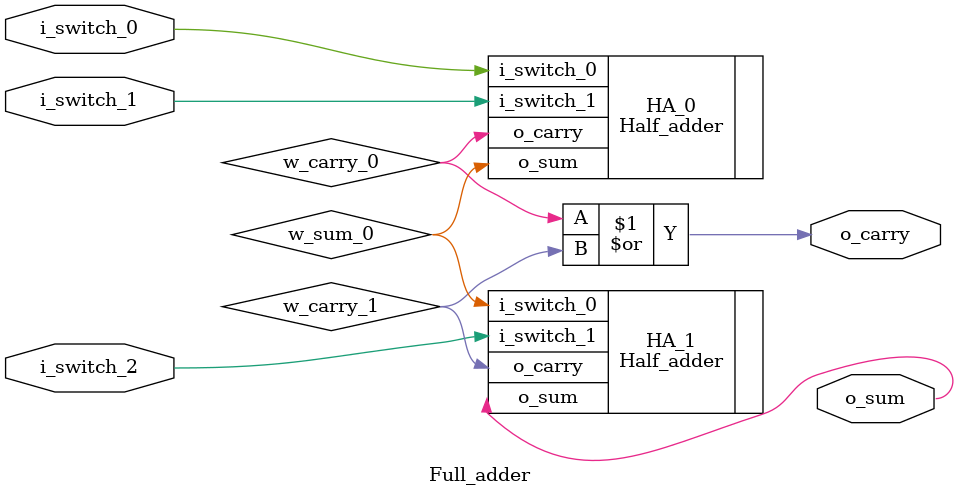
<source format=v>
`timescale 1ns / 1ps

module Full_adder(
    input i_switch_0, i_switch_1, i_switch_2,
    output o_sum, o_carry
    );
    wire w_sum_0, w_carry_0, w_carry_1;

    Half_adder HA_0(
        .i_switch_0(i_switch_0),
        .i_switch_1(i_switch_1),
        .o_sum(w_sum_0),
        .o_carry(w_carry_0)
    );

    Half_adder HA_1(
        .i_switch_0(w_sum_0),
        .i_switch_1(i_switch_2),
        .o_sum(o_sum),
        .o_carry(w_carry_1)
    );

    assign o_carry = w_carry_0 | w_carry_1;

endmodule

</source>
